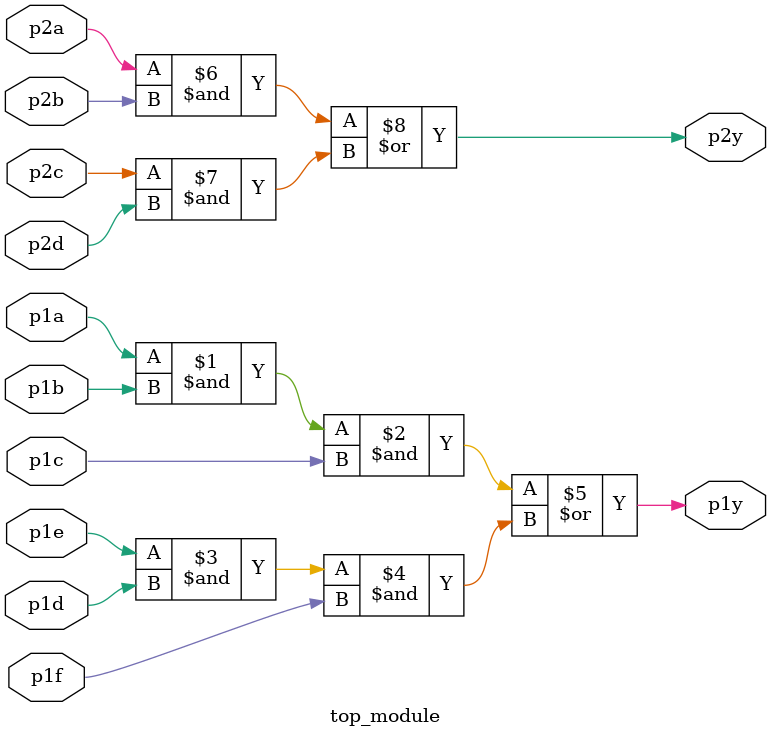
<source format=v>
module top_module(
	input p1a,p1b,p1c,p1d,p1e,p1f,
	output p1y,
	input p2a,p2b,p2c,p2d,
	output p2y
);
	assign p1y = (p1a & p1b & p1c) | (p1e & p1d & p1f);
	assign p2y = (p2a & p2b) | (p2c & p2d);

endmodule

</source>
